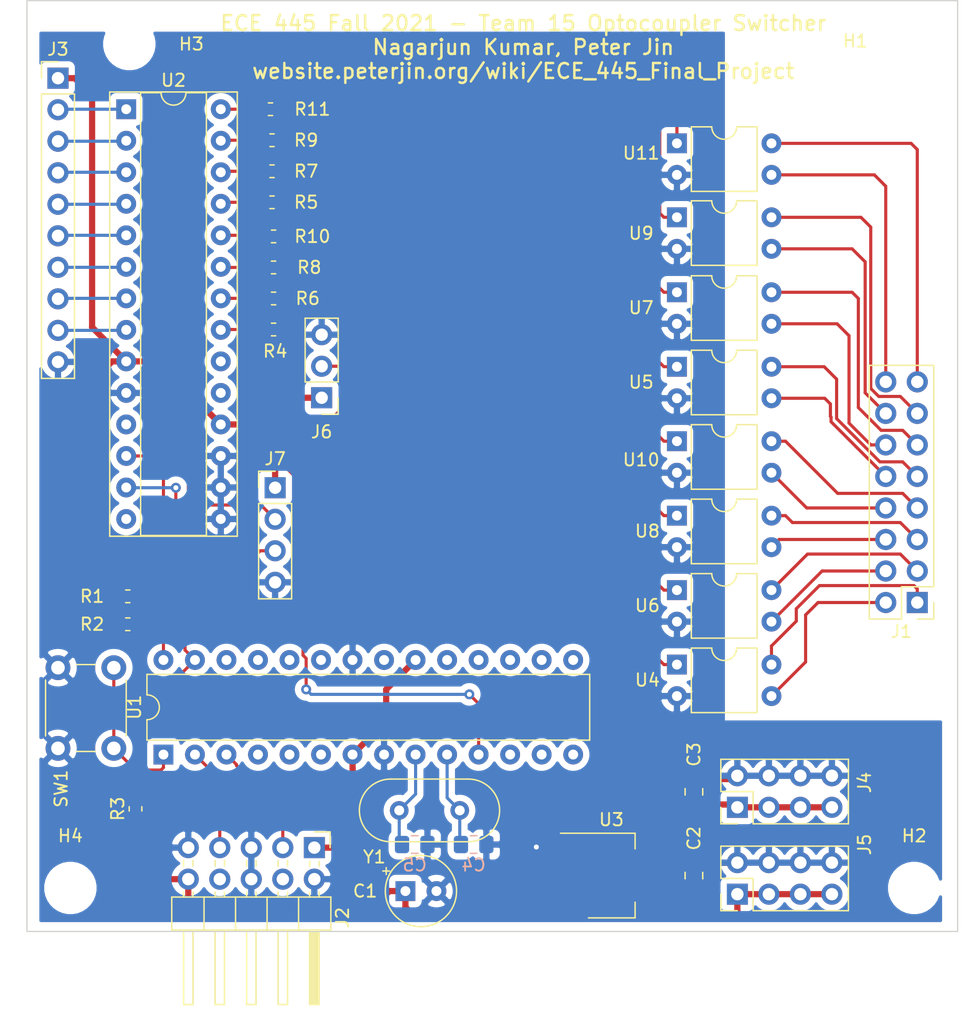
<source format=kicad_pcb>
(kicad_pcb (version 20171130) (host pcbnew 5.1.5+dfsg1-2build2)
  (layers (0 F.Cu signal) (31 B.Cu signal) (34 B.Paste user) (35 F.Paste user) (36 B.SilkS user) (37 F.SilkS user) (38 B.Mask user) (39 F.Mask user) (44 Edge.Cuts user))
  (net 0 "")
  (net 1 GND)
  (net 2 +5V)
  (net 3 +3V3)
  (net 4 "Net-(C4-Pad1)")
  (net 5 "Net-(C5-Pad1)")
  (net 6 /OUT7E)
  (net 7 /OUT7C)
  (net 8 /OUT6E)
  (net 9 /OUT6C)
  (net 10 /OUT5E)
  (net 11 /OUT5C)
  (net 12 /OUT4E)
  (net 13 /OUT4C)
  (net 14 /OUT3E)
  (net 15 /OUT3C)
  (net 16 /OUT2E)
  (net 17 /OUT2C)
  (net 18 /OUT1E)
  (net 19 /OUT1C)
  (net 20 /OUT0E)
  (net 21 /OUT0C)
  (net 22 "Net-(J2-Pad8)")
  (net 23 "Net-(J2-Pad7)")
  (net 24 "Net-(J2-Pad4)")
  (net 25 "Net-(J2-Pad3)")
  (net 26 "Net-(J3-Pad9)")
  (net 27 "Net-(J3-Pad8)")
  (net 28 "Net-(J3-Pad7)")
  (net 29 "Net-(J3-Pad6)")
  (net 30 "Net-(J3-Pad5)")
  (net 31 "Net-(J3-Pad4)")
  (net 32 "Net-(J3-Pad3)")
  (net 33 "Net-(J3-Pad2)")
  (net 34 /SCL)
  (net 35 /SDA)
  (net 36 "Net-(R3-Pad2)")
  (net 37 "Net-(R4-Pad2)")
  (net 38 /OUT0)
  (net 39 "Net-(R5-Pad2)")
  (net 40 /OUT4)
  (net 41 "Net-(R6-Pad2)")
  (net 42 /OUT1)
  (net 43 "Net-(R7-Pad2)")
  (net 44 /OUT5)
  (net 45 "Net-(R8-Pad2)")
  (net 46 /OUT2)
  (net 47 "Net-(R9-Pad2)")
  (net 48 /OUT6)
  (net 49 "Net-(R10-Pad2)")
  (net 50 /OUT3)
  (net 51 "Net-(R11-Pad2)")
  (net 52 /OUT7)
  (net 53 "Net-(U1-Pad14)")
  (net 54 "Net-(U1-Pad13)")
  (net 55 "Net-(U1-Pad26)")
  (net 56 "Net-(U1-Pad12)")
  (net 57 "Net-(U1-Pad25)")
  (net 58 "Net-(U1-Pad24)")
  (net 59 "Net-(U1-Pad23)")
  (net 60 "Net-(U1-Pad21)")
  (net 61 "Net-(U1-Pad6)")
  (net 62 "Net-(U1-Pad19)")
  (net 63 "Net-(U1-Pad5)")
  (net 64 "Net-(U1-Pad18)")
  (net 65 "Net-(U1-Pad4)")
  (net 66 "Net-(U1-Pad17)")
  (net 67 "Net-(U1-Pad16)")
  (net 68 "Net-(U1-Pad15)")
  (net 69 "Net-(U2-Pad14)")
  (net 70 "Net-(U2-Pad11)")
  (net 71 "Net-(U2-Pad20)")
  (net 72 "Net-(U2-Pad19)")
  (net 73 "Net-(J6-Pad2)")
  (module Connector_PinHeader_2.54mm:PinHeader_1x04_P2.54mm_Vertical (layer F.Cu) (at 70 89.25)
    (fp_text reference J7 (at 0 -2.33) (layer F.SilkS))
    (fp_text value Conn_01x04)
    (pad 4 thru_hole oval (at 0 7.62) (size 1.7 1.7) (drill 1) (layers *.Cu *.Mask) (net 1 GND))
    (pad 3 thru_hole oval (at 0 5.08) (size 1.7 1.7) (drill 1) (layers *.Cu *.Mask) (net 35 /SDA))
    (pad 2 thru_hole oval (at 0 2.54) (size 1.7 1.7) (drill 1) (layers *.Cu *.Mask) (net 34 /SCL))
    (pad 1 thru_hole rect (at 0 0) (size 1.7 1.7) (drill 1) (layers *.Cu *.Mask) (net 2 +5V))
  )
  (module Connector_PinHeader_2.54mm:PinHeader_1x03_P2.54mm_Vertical (layer F.Cu) (at 73.75 82 180)
    (fp_text reference J6 (at 0 -2.75) (layer F.SilkS))
    (fp_text value Conn_01x03)
    (pad 3 thru_hole oval (at 0 5.08 180) (size 1.7 1.7) (drill 1) (layers *.Cu *.Mask) (net 1 GND))
    (pad 2 thru_hole oval (at 0 2.54 180) (size 1.7 1.7) (drill 1) (layers *.Cu *.Mask) (net 73 "Net-(J6-Pad2)"))
    (pad 1 thru_hole rect (at 0 0 180) (size 1.7 1.7) (drill 1) (layers *.Cu *.Mask) (net 2 +5V))
  )
  (module Crystal:Crystal_HC49-U_Vertical (layer F.Cu) (at 80 115.25)
    (fp_text reference Y1 (at -2 3.75) (layer F.SilkS))
    (fp_text value 16MHz)
    (pad 2 thru_hole circle (at 4.88 0) (size 1.5 1.5) (drill 0.8) (layers *.Cu *.Mask) (net 4 "Net-(C4-Pad1)"))
    (pad 1 thru_hole circle (at 0 0) (size 1.5 1.5) (drill 0.8) (layers *.Cu *.Mask) (net 5 "Net-(C5-Pad1)"))
  )
  (module Package_DIP:DIP-4_W7.62mm (layer F.Cu) (at 102.38 61.5)
    (fp_text reference U11 (at -2.88 0.79) (layer F.SilkS))
    (fp_text value PC817)
    (pad 4 thru_hole oval (at 7.62 0) (size 1.6 1.6) (drill 0.8) (layers *.Cu *.Mask) (net 7 /OUT7C))
    (pad 2 thru_hole oval (at 0 2.54) (size 1.6 1.6) (drill 0.8) (layers *.Cu *.Mask) (net 1 GND))
    (pad 3 thru_hole oval (at 7.62 2.54) (size 1.6 1.6) (drill 0.8) (layers *.Cu *.Mask) (net 6 /OUT7E))
    (pad 1 thru_hole rect (at 0 0) (size 1.6 1.6) (drill 0.8) (layers *.Cu *.Mask) (net 51 "Net-(R11-Pad2)"))
  )
  (module Package_DIP:DIP-4_W7.62mm (layer F.Cu) (at 102.38 85.5)
    (fp_text reference U10 (at -2.88 1.5) (layer F.SilkS))
    (fp_text value PC817)
    (pad 4 thru_hole oval (at 7.62 0) (size 1.6 1.6) (drill 0.8) (layers *.Cu *.Mask) (net 15 /OUT3C))
    (pad 2 thru_hole oval (at 0 2.54) (size 1.6 1.6) (drill 0.8) (layers *.Cu *.Mask) (net 1 GND))
    (pad 3 thru_hole oval (at 7.62 2.54) (size 1.6 1.6) (drill 0.8) (layers *.Cu *.Mask) (net 14 /OUT3E))
    (pad 1 thru_hole rect (at 0 0) (size 1.6 1.6) (drill 0.8) (layers *.Cu *.Mask) (net 49 "Net-(R10-Pad2)"))
  )
  (module Package_DIP:DIP-4_W7.62mm (layer F.Cu) (at 102.38 67.46)
    (fp_text reference U9 (at -2.88 1.29) (layer F.SilkS))
    (fp_text value PC817)
    (pad 4 thru_hole oval (at 7.62 0) (size 1.6 1.6) (drill 0.8) (layers *.Cu *.Mask) (net 9 /OUT6C))
    (pad 2 thru_hole oval (at 0 2.54) (size 1.6 1.6) (drill 0.8) (layers *.Cu *.Mask) (net 1 GND))
    (pad 3 thru_hole oval (at 7.62 2.54) (size 1.6 1.6) (drill 0.8) (layers *.Cu *.Mask) (net 8 /OUT6E))
    (pad 1 thru_hole rect (at 0 0) (size 1.6 1.6) (drill 0.8) (layers *.Cu *.Mask) (net 47 "Net-(R9-Pad2)"))
  )
  (module Package_DIP:DIP-4_W7.62mm (layer F.Cu) (at 102.38 91.5)
    (fp_text reference U8 (at -2.38 1.25) (layer F.SilkS))
    (fp_text value PC817)
    (pad 4 thru_hole oval (at 7.62 0) (size 1.6 1.6) (drill 0.8) (layers *.Cu *.Mask) (net 17 /OUT2C))
    (pad 2 thru_hole oval (at 0 2.54) (size 1.6 1.6) (drill 0.8) (layers *.Cu *.Mask) (net 1 GND))
    (pad 3 thru_hole oval (at 7.62 2.54) (size 1.6 1.6) (drill 0.8) (layers *.Cu *.Mask) (net 16 /OUT2E))
    (pad 1 thru_hole rect (at 0 0) (size 1.6 1.6) (drill 0.8) (layers *.Cu *.Mask) (net 45 "Net-(R8-Pad2)"))
  )
  (module Package_DIP:DIP-4_W7.62mm (layer F.Cu) (at 102.38 73.5)
    (fp_text reference U7 (at -2.88 1.25) (layer F.SilkS))
    (fp_text value PC817)
    (pad 4 thru_hole oval (at 7.62 0) (size 1.6 1.6) (drill 0.8) (layers *.Cu *.Mask) (net 11 /OUT5C))
    (pad 2 thru_hole oval (at 0 2.54) (size 1.6 1.6) (drill 0.8) (layers *.Cu *.Mask) (net 1 GND))
    (pad 3 thru_hole oval (at 7.62 2.54) (size 1.6 1.6) (drill 0.8) (layers *.Cu *.Mask) (net 10 /OUT5E))
    (pad 1 thru_hole rect (at 0 0) (size 1.6 1.6) (drill 0.8) (layers *.Cu *.Mask) (net 43 "Net-(R7-Pad2)"))
  )
  (module Package_DIP:DIP-4_W7.62mm (layer F.Cu) (at 102.38 97.5)
    (fp_text reference U6 (at -2.38 1.25) (layer F.SilkS))
    (fp_text value PC817)
    (pad 4 thru_hole oval (at 7.62 0) (size 1.6 1.6) (drill 0.8) (layers *.Cu *.Mask) (net 19 /OUT1C))
    (pad 2 thru_hole oval (at 0 2.54) (size 1.6 1.6) (drill 0.8) (layers *.Cu *.Mask) (net 1 GND))
    (pad 3 thru_hole oval (at 7.62 2.54) (size 1.6 1.6) (drill 0.8) (layers *.Cu *.Mask) (net 18 /OUT1E))
    (pad 1 thru_hole rect (at 0 0) (size 1.6 1.6) (drill 0.8) (layers *.Cu *.Mask) (net 41 "Net-(R6-Pad2)"))
  )
  (module Package_DIP:DIP-4_W7.62mm (layer F.Cu) (at 102.38 79.5)
    (fp_text reference U5 (at -2.88 1.25) (layer F.SilkS))
    (fp_text value PC817)
    (pad 4 thru_hole oval (at 7.62 0) (size 1.6 1.6) (drill 0.8) (layers *.Cu *.Mask) (net 13 /OUT4C))
    (pad 2 thru_hole oval (at 0 2.54) (size 1.6 1.6) (drill 0.8) (layers *.Cu *.Mask) (net 1 GND))
    (pad 3 thru_hole oval (at 7.62 2.54) (size 1.6 1.6) (drill 0.8) (layers *.Cu *.Mask) (net 12 /OUT4E))
    (pad 1 thru_hole rect (at 0 0) (size 1.6 1.6) (drill 0.8) (layers *.Cu *.Mask) (net 39 "Net-(R5-Pad2)"))
  )
  (module Package_DIP:DIP-4_W7.62mm (layer F.Cu) (at 102.38 103.5)
    (fp_text reference U4 (at -2.38 1.25) (layer F.SilkS))
    (fp_text value PC817)
    (pad 4 thru_hole oval (at 7.62 0) (size 1.6 1.6) (drill 0.8) (layers *.Cu *.Mask) (net 21 /OUT0C))
    (pad 2 thru_hole oval (at 0 2.54) (size 1.6 1.6) (drill 0.8) (layers *.Cu *.Mask) (net 1 GND))
    (pad 3 thru_hole oval (at 7.62 2.54) (size 1.6 1.6) (drill 0.8) (layers *.Cu *.Mask) (net 20 /OUT0E))
    (pad 1 thru_hole rect (at 0 0) (size 1.6 1.6) (drill 0.8) (layers *.Cu *.Mask) (net 37 "Net-(R4-Pad2)"))
  )
  (module Package_TO_SOT_SMD:SOT-223-3_TabPin2 (layer F.Cu) (at 97.1 120.5)
    (fp_text reference U3 (at 0 -4.5) (layer F.SilkS))
    (fp_text value LM1117-3.3)
    (pad 1 smd rect (at -3.15 -2.3) (size 2 1.5) (layers F.Cu F.Paste F.Mask) (net 1 GND))
    (pad 3 smd rect (at -3.15 2.3) (size 2 1.5) (layers F.Cu F.Paste F.Mask) (net 2 +5V))
    (pad 2 smd rect (at -3.15 0) (size 2 1.5) (layers F.Cu F.Paste F.Mask) (net 3 +3V3))
    (pad 2 smd rect (at 3.15 0) (size 2 3.8) (layers F.Cu F.Paste F.Mask) (net 3 +3V3))
  )
  (module Package_DIP:DIP-28_W7.62mm_Socket (layer F.Cu) (at 58 58.75)
    (fp_text reference U2 (at 3.81 -2.33) (layer F.SilkS))
    (fp_text value MCP23017_SO)
    (pad 28 thru_hole oval (at 7.62 0) (size 1.6 1.6) (drill 0.8) (layers *.Cu *.Mask) (net 52 /OUT7))
    (pad 14 thru_hole oval (at 0 33.02) (size 1.6 1.6) (drill 0.8) (layers *.Cu *.Mask) (net 69 "Net-(U2-Pad14)"))
    (pad 27 thru_hole oval (at 7.62 2.54) (size 1.6 1.6) (drill 0.8) (layers *.Cu *.Mask) (net 48 /OUT6))
    (pad 13 thru_hole oval (at 0 30.48) (size 1.6 1.6) (drill 0.8) (layers *.Cu *.Mask) (net 35 /SDA))
    (pad 26 thru_hole oval (at 7.62 5.08) (size 1.6 1.6) (drill 0.8) (layers *.Cu *.Mask) (net 44 /OUT5))
    (pad 12 thru_hole oval (at 0 27.94) (size 1.6 1.6) (drill 0.8) (layers *.Cu *.Mask) (net 34 /SCL))
    (pad 25 thru_hole oval (at 7.62 7.62) (size 1.6 1.6) (drill 0.8) (layers *.Cu *.Mask) (net 40 /OUT4))
    (pad 11 thru_hole oval (at 0 25.4) (size 1.6 1.6) (drill 0.8) (layers *.Cu *.Mask) (net 70 "Net-(U2-Pad11)"))
    (pad 24 thru_hole oval (at 7.62 10.16) (size 1.6 1.6) (drill 0.8) (layers *.Cu *.Mask) (net 50 /OUT3))
    (pad 10 thru_hole oval (at 0 22.86) (size 1.6 1.6) (drill 0.8) (layers *.Cu *.Mask) (net 1 GND))
    (pad 23 thru_hole oval (at 7.62 12.7) (size 1.6 1.6) (drill 0.8) (layers *.Cu *.Mask) (net 46 /OUT2))
    (pad 9 thru_hole oval (at 0 20.32) (size 1.6 1.6) (drill 0.8) (layers *.Cu *.Mask) (net 2 +5V))
    (pad 22 thru_hole oval (at 7.62 15.24) (size 1.6 1.6) (drill 0.8) (layers *.Cu *.Mask) (net 42 /OUT1))
    (pad 8 thru_hole oval (at 0 17.78) (size 1.6 1.6) (drill 0.8) (layers *.Cu *.Mask) (net 26 "Net-(J3-Pad9)"))
    (pad 21 thru_hole oval (at 7.62 17.78) (size 1.6 1.6) (drill 0.8) (layers *.Cu *.Mask) (net 38 /OUT0))
    (pad 7 thru_hole oval (at 0 15.24) (size 1.6 1.6) (drill 0.8) (layers *.Cu *.Mask) (net 27 "Net-(J3-Pad8)"))
    (pad 20 thru_hole oval (at 7.62 20.32) (size 1.6 1.6) (drill 0.8) (layers *.Cu *.Mask) (net 71 "Net-(U2-Pad20)"))
    (pad 6 thru_hole oval (at 0 12.7) (size 1.6 1.6) (drill 0.8) (layers *.Cu *.Mask) (net 28 "Net-(J3-Pad7)"))
    (pad 19 thru_hole oval (at 7.62 22.86) (size 1.6 1.6) (drill 0.8) (layers *.Cu *.Mask) (net 72 "Net-(U2-Pad19)"))
    (pad 5 thru_hole oval (at 0 10.16) (size 1.6 1.6) (drill 0.8) (layers *.Cu *.Mask) (net 29 "Net-(J3-Pad6)"))
    (pad 18 thru_hole oval (at 7.62 25.4) (size 1.6 1.6) (drill 0.8) (layers *.Cu *.Mask) (net 2 +5V))
    (pad 4 thru_hole oval (at 0 7.62) (size 1.6 1.6) (drill 0.8) (layers *.Cu *.Mask) (net 30 "Net-(J3-Pad5)"))
    (pad 17 thru_hole oval (at 7.62 27.94) (size 1.6 1.6) (drill 0.8) (layers *.Cu *.Mask) (net 1 GND))
    (pad 3 thru_hole oval (at 0 5.08) (size 1.6 1.6) (drill 0.8) (layers *.Cu *.Mask) (net 31 "Net-(J3-Pad4)"))
    (pad 16 thru_hole oval (at 7.62 30.48) (size 1.6 1.6) (drill 0.8) (layers *.Cu *.Mask) (net 1 GND))
    (pad 2 thru_hole oval (at 0 2.54) (size 1.6 1.6) (drill 0.8) (layers *.Cu *.Mask) (net 32 "Net-(J3-Pad3)"))
    (pad 15 thru_hole oval (at 7.62 33.02) (size 1.6 1.6) (drill 0.8) (layers *.Cu *.Mask) (net 1 GND))
    (pad 1 thru_hole rect (at 0 0) (size 1.6 1.6) (drill 0.8) (layers *.Cu *.Mask) (net 33 "Net-(J3-Pad2)"))
  )
  (module Package_DIP:DIP-28_W7.62mm (layer F.Cu) (at 61 110.75 90)
    (fp_text reference U1 (at 3.81 -2.33 90) (layer F.SilkS))
    (fp_text value ATmega328P-PU)
    (pad 28 thru_hole oval (at 7.62 0 90) (size 1.6 1.6) (drill 0.8) (layers *.Cu *.Mask) (net 34 /SCL))
    (pad 14 thru_hole oval (at 0 33.02 90) (size 1.6 1.6) (drill 0.8) (layers *.Cu *.Mask) (net 53 "Net-(U1-Pad14)"))
    (pad 27 thru_hole oval (at 7.62 2.54 90) (size 1.6 1.6) (drill 0.8) (layers *.Cu *.Mask) (net 35 /SDA))
    (pad 13 thru_hole oval (at 0 30.48 90) (size 1.6 1.6) (drill 0.8) (layers *.Cu *.Mask) (net 54 "Net-(U1-Pad13)"))
    (pad 26 thru_hole oval (at 7.62 5.08 90) (size 1.6 1.6) (drill 0.8) (layers *.Cu *.Mask) (net 55 "Net-(U1-Pad26)"))
    (pad 12 thru_hole oval (at 0 27.94 90) (size 1.6 1.6) (drill 0.8) (layers *.Cu *.Mask) (net 56 "Net-(U1-Pad12)"))
    (pad 25 thru_hole oval (at 7.62 7.62 90) (size 1.6 1.6) (drill 0.8) (layers *.Cu *.Mask) (net 57 "Net-(U1-Pad25)"))
    (pad 11 thru_hole oval (at 0 25.4 90) (size 1.6 1.6) (drill 0.8) (layers *.Cu *.Mask) (net 73 "Net-(J6-Pad2)"))
    (pad 24 thru_hole oval (at 7.62 10.16 90) (size 1.6 1.6) (drill 0.8) (layers *.Cu *.Mask) (net 58 "Net-(U1-Pad24)"))
    (pad 10 thru_hole oval (at 0 22.86 90) (size 1.6 1.6) (drill 0.8) (layers *.Cu *.Mask) (net 4 "Net-(C4-Pad1)"))
    (pad 23 thru_hole oval (at 7.62 12.7 90) (size 1.6 1.6) (drill 0.8) (layers *.Cu *.Mask) (net 59 "Net-(U1-Pad23)"))
    (pad 9 thru_hole oval (at 0 20.32 90) (size 1.6 1.6) (drill 0.8) (layers *.Cu *.Mask) (net 5 "Net-(C5-Pad1)"))
    (pad 22 thru_hole oval (at 7.62 15.24 90) (size 1.6 1.6) (drill 0.8) (layers *.Cu *.Mask) (net 1 GND))
    (pad 8 thru_hole oval (at 0 17.78 90) (size 1.6 1.6) (drill 0.8) (layers *.Cu *.Mask) (net 1 GND))
    (pad 21 thru_hole oval (at 7.62 17.78 90) (size 1.6 1.6) (drill 0.8) (layers *.Cu *.Mask) (net 60 "Net-(U1-Pad21)"))
    (pad 7 thru_hole oval (at 0 15.24 90) (size 1.6 1.6) (drill 0.8) (layers *.Cu *.Mask) (net 2 +5V))
    (pad 20 thru_hole oval (at 7.62 20.32 90) (size 1.6 1.6) (drill 0.8) (layers *.Cu *.Mask) (net 2 +5V))
    (pad 6 thru_hole oval (at 0 12.7 90) (size 1.6 1.6) (drill 0.8) (layers *.Cu *.Mask) (net 61 "Net-(U1-Pad6)"))
    (pad 19 thru_hole oval (at 7.62 22.86 90) (size 1.6 1.6) (drill 0.8) (layers *.Cu *.Mask) (net 62 "Net-(U1-Pad19)"))
    (pad 5 thru_hole oval (at 0 10.16 90) (size 1.6 1.6) (drill 0.8) (layers *.Cu *.Mask) (net 63 "Net-(U1-Pad5)"))
    (pad 18 thru_hole oval (at 7.62 25.4 90) (size 1.6 1.6) (drill 0.8) (layers *.Cu *.Mask) (net 64 "Net-(U1-Pad18)"))
    (pad 4 thru_hole oval (at 0 7.62 90) (size 1.6 1.6) (drill 0.8) (layers *.Cu *.Mask) (net 65 "Net-(U1-Pad4)"))
    (pad 17 thru_hole oval (at 7.62 27.94 90) (size 1.6 1.6) (drill 0.8) (layers *.Cu *.Mask) (net 66 "Net-(U1-Pad17)"))
    (pad 3 thru_hole oval (at 0 5.08 90) (size 1.6 1.6) (drill 0.8) (layers *.Cu *.Mask) (net 25 "Net-(J2-Pad3)"))
    (pad 16 thru_hole oval (at 7.62 30.48 90) (size 1.6 1.6) (drill 0.8) (layers *.Cu *.Mask) (net 67 "Net-(U1-Pad16)"))
    (pad 2 thru_hole oval (at 0 2.54 90) (size 1.6 1.6) (drill 0.8) (layers *.Cu *.Mask) (net 23 "Net-(J2-Pad7)"))
    (pad 15 thru_hole oval (at 7.62 33.02 90) (size 1.6 1.6) (drill 0.8) (layers *.Cu *.Mask) (net 68 "Net-(U1-Pad15)"))
    (pad 1 thru_hole rect (at 0 0 90) (size 1.6 1.6) (drill 0.8) (layers *.Cu *.Mask) (net 36 "Net-(R3-Pad2)"))
  )
  (module Button_Switch_THT:SW_PUSH_6mm (layer F.Cu) (at 52.5 110.25 90)
    (fp_text reference SW1 (at -3.25 0.25 90) (layer F.SilkS))
    (fp_text value SW_Push)
    (pad 1 thru_hole circle (at 6.5 0 180) (size 2 2) (drill 1.1) (layers *.Cu *.Mask) (net 1 GND))
    (pad 2 thru_hole circle (at 6.5 4.5 180) (size 2 2) (drill 1.1) (layers *.Cu *.Mask) (net 36 "Net-(R3-Pad2)"))
    (pad 1 thru_hole circle (at 0 0 180) (size 2 2) (drill 1.1) (layers *.Cu *.Mask) (net 1 GND))
    (pad 2 thru_hole circle (at 0 4.5 180) (size 2 2) (drill 1.1) (layers *.Cu *.Mask) (net 36 "Net-(R3-Pad2)"))
  )
  (module Resistor_SMD:R_0603_1608Metric_Pad1.05x0.95mm_HandSolder (layer F.Cu) (at 69.625 58.75)
    (fp_text reference R11 (at 3.375 0) (layer F.SilkS))
    (fp_text value 150)
    (pad 2 smd roundrect (at 0.875 0) (size 1.05 0.95) (layers F.Cu F.Paste F.Mask) (net 51 "Net-(R11-Pad2)"))
    (pad 1 smd roundrect (at -0.875 0) (size 1.05 0.95) (layers F.Cu F.Paste F.Mask) (net 52 /OUT7))
  )
  (module Resistor_SMD:R_0603_1608Metric_Pad1.05x0.95mm_HandSolder (layer F.Cu) (at 69.875 69)
    (fp_text reference R10 (at 3.125 0) (layer F.SilkS))
    (fp_text value 150)
    (pad 1 smd roundrect (at -0.875 0) (size 1.05 0.95) (layers F.Cu F.Paste F.Mask) (net 50 /OUT3))
    (pad 2 smd roundrect (at 0.875 0) (size 1.05 0.95) (layers F.Cu F.Paste F.Mask) (net 49 "Net-(R10-Pad2)"))
  )
  (module Resistor_SMD:R_0603_1608Metric_Pad1.05x0.95mm_HandSolder (layer F.Cu) (at 69.75 61.25)
    (fp_text reference R9 (at 2.75 0) (layer F.SilkS))
    (fp_text value 150)
    (pad 2 smd roundrect (at 0.875 0) (size 1.05 0.95) (layers F.Cu F.Paste F.Mask) (net 47 "Net-(R9-Pad2)"))
    (pad 1 smd roundrect (at -0.875 0) (size 1.05 0.95) (layers F.Cu F.Paste F.Mask) (net 48 /OUT6))
  )
  (module Resistor_SMD:R_0603_1608Metric_Pad1.05x0.95mm_HandSolder (layer F.Cu) (at 69.875 71.5)
    (fp_text reference R8 (at 2.875 0) (layer F.SilkS))
    (fp_text value 150)
    (pad 2 smd roundrect (at 0.875 0) (size 1.05 0.95) (layers F.Cu F.Paste F.Mask) (net 45 "Net-(R8-Pad2)"))
    (pad 1 smd roundrect (at -0.875 0) (size 1.05 0.95) (layers F.Cu F.Paste F.Mask) (net 46 /OUT2))
  )
  (module Resistor_SMD:R_0603_1608Metric_Pad1.05x0.95mm_HandSolder (layer F.Cu) (at 69.75 63.75)
    (fp_text reference R7 (at 2.75 0) (layer F.SilkS))
    (fp_text value 150)
    (pad 2 smd roundrect (at 0.875 0) (size 1.05 0.95) (layers F.Cu F.Paste F.Mask) (net 43 "Net-(R7-Pad2)"))
    (pad 1 smd roundrect (at -0.875 0) (size 1.05 0.95) (layers F.Cu F.Paste F.Mask) (net 44 /OUT5))
  )
  (module Resistor_SMD:R_0603_1608Metric_Pad1.05x0.95mm_HandSolder (layer F.Cu) (at 69.875 74)
    (fp_text reference R6 (at 2.75 0) (layer F.SilkS))
    (fp_text value 150)
    (pad 2 smd roundrect (at 0.875 0) (size 1.05 0.95) (layers F.Cu F.Paste F.Mask) (net 41 "Net-(R6-Pad2)"))
    (pad 1 smd roundrect (at -0.875 0) (size 1.05 0.95) (layers F.Cu F.Paste F.Mask) (net 42 /OUT1))
  )
  (module Resistor_SMD:R_0603_1608Metric_Pad1.05x0.95mm_HandSolder (layer F.Cu) (at 69.75 66.25)
    (fp_text reference R5 (at 2.75 0) (layer F.SilkS))
    (fp_text value 150)
    (pad 2 smd roundrect (at 0.875 0) (size 1.05 0.95) (layers F.Cu F.Paste F.Mask) (net 39 "Net-(R5-Pad2)"))
    (pad 1 smd roundrect (at -0.875 0) (size 1.05 0.95) (layers F.Cu F.Paste F.Mask) (net 40 /OUT4))
  )
  (module Resistor_SMD:R_0603_1608Metric_Pad1.05x0.95mm_HandSolder (layer F.Cu) (at 69.875 76.5)
    (fp_text reference R4 (at 0.125 1.75) (layer F.SilkS))
    (fp_text value 150)
    (pad 2 smd roundrect (at 0.875 0) (size 1.05 0.95) (layers F.Cu F.Paste F.Mask) (net 37 "Net-(R4-Pad2)"))
    (pad 1 smd roundrect (at -0.875 0) (size 1.05 0.95) (layers F.Cu F.Paste F.Mask) (net 38 /OUT0))
  )
  (module Resistor_SMD:R_0603_1608Metric_Pad1.05x0.95mm_HandSolder (layer F.Cu) (at 58.75 115.125 90)
    (fp_text reference R3 (at 0 -1.43 90) (layer F.SilkS))
    (fp_text value 15k)
    (pad 2 smd roundrect (at 0.875 0 90) (size 1.05 0.95) (layers F.Cu F.Paste F.Mask) (net 36 "Net-(R3-Pad2)"))
    (pad 1 smd roundrect (at -0.875 0 90) (size 1.05 0.95) (layers F.Cu F.Paste F.Mask) (net 2 +5V))
  )
  (module Resistor_SMD:R_0603_1608Metric_Pad1.05x0.95mm_HandSolder (layer F.Cu) (at 58.125 100.25)
    (fp_text reference R2 (at -2.875 0) (layer F.SilkS))
    (fp_text value 2.2k)
    (pad 2 smd roundrect (at 0.875 0) (size 1.05 0.95) (layers F.Cu F.Paste F.Mask) (net 35 /SDA))
    (pad 1 smd roundrect (at -0.875 0) (size 1.05 0.95) (layers F.Cu F.Paste F.Mask) (net 2 +5V))
  )
  (module Resistor_SMD:R_0603_1608Metric_Pad1.05x0.95mm_HandSolder (layer F.Cu) (at 58.125 98)
    (fp_text reference R1 (at -2.875 0) (layer F.SilkS))
    (fp_text value 2.2k)
    (pad 2 smd roundrect (at 0.875 0) (size 1.05 0.95) (layers F.Cu F.Paste F.Mask) (net 34 /SCL))
    (pad 1 smd roundrect (at -0.875 0) (size 1.05 0.95) (layers F.Cu F.Paste F.Mask) (net 2 +5V))
  )
  (module Connector_PinHeader_2.54mm:PinHeader_2x04_P2.54mm_Vertical (layer F.Cu) (at 107.25 122 90)
    (fp_text reference J5 (at 4 10.25 90) (layer F.SilkS))
    (fp_text value "5V OUT")
    (pad 8 thru_hole oval (at 2.54 7.62 90) (size 1.7 1.7) (drill 1) (layers *.Cu *.Mask) (net 1 GND))
    (pad 7 thru_hole oval (at 0 7.62 90) (size 1.7 1.7) (drill 1) (layers *.Cu *.Mask) (net 2 +5V))
    (pad 6 thru_hole oval (at 2.54 5.08 90) (size 1.7 1.7) (drill 1) (layers *.Cu *.Mask) (net 1 GND))
    (pad 5 thru_hole oval (at 0 5.08 90) (size 1.7 1.7) (drill 1) (layers *.Cu *.Mask) (net 2 +5V))
    (pad 4 thru_hole oval (at 2.54 2.54 90) (size 1.7 1.7) (drill 1) (layers *.Cu *.Mask) (net 1 GND))
    (pad 3 thru_hole oval (at 0 2.54 90) (size 1.7 1.7) (drill 1) (layers *.Cu *.Mask) (net 2 +5V))
    (pad 2 thru_hole oval (at 2.54 0 90) (size 1.7 1.7) (drill 1) (layers *.Cu *.Mask) (net 1 GND))
    (pad 1 thru_hole rect (at 0 0 90) (size 1.7 1.7) (drill 1) (layers *.Cu *.Mask) (net 2 +5V))
  )
  (module Connector_PinHeader_2.54mm:PinHeader_2x04_P2.54mm_Vertical (layer F.Cu) (at 107.25 115 90)
    (fp_text reference J4 (at 2 10.25 90) (layer F.SilkS))
    (fp_text value "3.3V OUT")
    (pad 8 thru_hole oval (at 2.54 7.62 90) (size 1.7 1.7) (drill 1) (layers *.Cu *.Mask) (net 1 GND))
    (pad 7 thru_hole oval (at 0 7.62 90) (size 1.7 1.7) (drill 1) (layers *.Cu *.Mask) (net 3 +3V3))
    (pad 6 thru_hole oval (at 2.54 5.08 90) (size 1.7 1.7) (drill 1) (layers *.Cu *.Mask) (net 1 GND))
    (pad 5 thru_hole oval (at 0 5.08 90) (size 1.7 1.7) (drill 1) (layers *.Cu *.Mask) (net 3 +3V3))
    (pad 4 thru_hole oval (at 2.54 2.54 90) (size 1.7 1.7) (drill 1) (layers *.Cu *.Mask) (net 1 GND))
    (pad 3 thru_hole oval (at 0 2.54 90) (size 1.7 1.7) (drill 1) (layers *.Cu *.Mask) (net 3 +3V3))
    (pad 2 thru_hole oval (at 2.54 0 90) (size 1.7 1.7) (drill 1) (layers *.Cu *.Mask) (net 1 GND))
    (pad 1 thru_hole rect (at 0 0 90) (size 1.7 1.7) (drill 1) (layers *.Cu *.Mask) (net 3 +3V3))
  )
  (module Connector_PinHeader_2.54mm:PinHeader_1x10_P2.54mm_Vertical (layer F.Cu) (at 52.5 56.25)
    (fp_text reference J3 (at 0 -2.33) (layer F.SilkS))
    (fp_text value Conn_01x10)
    (pad 10 thru_hole oval (at 0 22.86) (size 1.7 1.7) (drill 1) (layers *.Cu *.Mask) (net 1 GND))
    (pad 9 thru_hole oval (at 0 20.32) (size 1.7 1.7) (drill 1) (layers *.Cu *.Mask) (net 26 "Net-(J3-Pad9)"))
    (pad 8 thru_hole oval (at 0 17.78) (size 1.7 1.7) (drill 1) (layers *.Cu *.Mask) (net 27 "Net-(J3-Pad8)"))
    (pad 7 thru_hole oval (at 0 15.24) (size 1.7 1.7) (drill 1) (layers *.Cu *.Mask) (net 28 "Net-(J3-Pad7)"))
    (pad 6 thru_hole oval (at 0 12.7) (size 1.7 1.7) (drill 1) (layers *.Cu *.Mask) (net 29 "Net-(J3-Pad6)"))
    (pad 5 thru_hole oval (at 0 10.16) (size 1.7 1.7) (drill 1) (layers *.Cu *.Mask) (net 30 "Net-(J3-Pad5)"))
    (pad 4 thru_hole oval (at 0 7.62) (size 1.7 1.7) (drill 1) (layers *.Cu *.Mask) (net 31 "Net-(J3-Pad4)"))
    (pad 3 thru_hole oval (at 0 5.08) (size 1.7 1.7) (drill 1) (layers *.Cu *.Mask) (net 32 "Net-(J3-Pad3)"))
    (pad 2 thru_hole oval (at 0 2.54) (size 1.7 1.7) (drill 1) (layers *.Cu *.Mask) (net 33 "Net-(J3-Pad2)"))
    (pad 1 thru_hole rect (at 0 0) (size 1.7 1.7) (drill 1) (layers *.Cu *.Mask) (net 2 +5V))
  )
  (module Connector_PinHeader_2.54mm:PinHeader_2x05_P2.54mm_Horizontal (layer F.Cu) (at 73.16 118.25 270)
    (fp_text reference J2 (at 5.655 -2.27 90) (layer F.SilkS))
    (fp_text value Conn_02x05_Odd_Even)
    (pad 10 thru_hole oval (at 2.54 10.16 270) (size 1.7 1.7) (drill 1) (layers *.Cu *.Mask) (net 2 +5V))
    (pad 9 thru_hole oval (at 0 10.16 270) (size 1.7 1.7) (drill 1) (layers *.Cu *.Mask) (net 1 GND))
    (pad 8 thru_hole oval (at 2.54 7.62 270) (size 1.7 1.7) (drill 1) (layers *.Cu *.Mask) (net 22 "Net-(J2-Pad8)"))
    (pad 7 thru_hole oval (at 0 7.62 270) (size 1.7 1.7) (drill 1) (layers *.Cu *.Mask) (net 23 "Net-(J2-Pad7)"))
    (pad 6 thru_hole oval (at 2.54 5.08 270) (size 1.7 1.7) (drill 1) (layers *.Cu *.Mask) (net 1 GND))
    (pad 5 thru_hole oval (at 0 5.08 270) (size 1.7 1.7) (drill 1) (layers *.Cu *.Mask) (net 1 GND))
    (pad 4 thru_hole oval (at 2.54 2.54 270) (size 1.7 1.7) (drill 1) (layers *.Cu *.Mask) (net 24 "Net-(J2-Pad4)"))
    (pad 3 thru_hole oval (at 0 2.54 270) (size 1.7 1.7) (drill 1) (layers *.Cu *.Mask) (net 25 "Net-(J2-Pad3)"))
    (pad 2 thru_hole oval (at 2.54 0 270) (size 1.7 1.7) (drill 1) (layers *.Cu *.Mask) (net 1 GND))
    (pad 1 thru_hole rect (at 0 0 270) (size 1.7 1.7) (drill 1) (layers *.Cu *.Mask) (net 2 +5V))
  )
  (module Connector_PinHeader_2.54mm:PinHeader_2x08_P2.54mm_Vertical (layer F.Cu) (at 121.75 98.5 180)
    (fp_text reference J1 (at 1.27 -2.33) (layer F.SilkS))
    (fp_text value OptoSwitchOut)
    (pad 16 thru_hole oval (at 2.54 17.78 180) (size 1.7 1.7) (drill 1) (layers *.Cu *.Mask) (net 6 /OUT7E))
    (pad 15 thru_hole oval (at 0 17.78 180) (size 1.7 1.7) (drill 1) (layers *.Cu *.Mask) (net 7 /OUT7C))
    (pad 14 thru_hole oval (at 2.54 15.24 180) (size 1.7 1.7) (drill 1) (layers *.Cu *.Mask) (net 8 /OUT6E))
    (pad 13 thru_hole oval (at 0 15.24 180) (size 1.7 1.7) (drill 1) (layers *.Cu *.Mask) (net 9 /OUT6C))
    (pad 12 thru_hole oval (at 2.54 12.7 180) (size 1.7 1.7) (drill 1) (layers *.Cu *.Mask) (net 10 /OUT5E))
    (pad 11 thru_hole oval (at 0 12.7 180) (size 1.7 1.7) (drill 1) (layers *.Cu *.Mask) (net 11 /OUT5C))
    (pad 10 thru_hole oval (at 2.54 10.16 180) (size 1.7 1.7) (drill 1) (layers *.Cu *.Mask) (net 12 /OUT4E))
    (pad 9 thru_hole oval (at 0 10.16 180) (size 1.7 1.7) (drill 1) (layers *.Cu *.Mask) (net 13 /OUT4C))
    (pad 8 thru_hole oval (at 2.54 7.62 180) (size 1.7 1.7) (drill 1) (layers *.Cu *.Mask) (net 14 /OUT3E))
    (pad 7 thru_hole oval (at 0 7.62 180) (size 1.7 1.7) (drill 1) (layers *.Cu *.Mask) (net 15 /OUT3C))
    (pad 6 thru_hole oval (at 2.54 5.08 180) (size 1.7 1.7) (drill 1) (layers *.Cu *.Mask) (net 16 /OUT2E))
    (pad 5 thru_hole oval (at 0 5.08 180) (size 1.7 1.7) (drill 1) (layers *.Cu *.Mask) (net 17 /OUT2C))
    (pad 4 thru_hole oval (at 2.54 2.54 180) (size 1.7 1.7) (drill 1) (layers *.Cu *.Mask) (net 18 /OUT1E))
    (pad 3 thru_hole oval (at 0 2.54 180) (size 1.7 1.7) (drill 1) (layers *.Cu *.Mask) (net 19 /OUT1C))
    (pad 2 thru_hole oval (at 2.54 0 180) (size 1.7 1.7) (drill 1) (layers *.Cu *.Mask) (net 20 /OUT0E))
    (pad 1 thru_hole rect (at 0 0 180) (size 1.7 1.7) (drill 1) (layers *.Cu *.Mask) (net 21 /OUT0C))
  )
  (module MountingHole:MountingHole_3.2mm_M3 (layer F.Cu) (at 53.5 121.5)
    (fp_text reference H4 (at 0 -4.2) (layer F.SilkS))
    (fp_text value MountingHole)
    (pad 1 np_thru_hole circle (at 0 0) (size 3.2 3.2) (drill 3.2) (layers *.Cu *.Mask))
  )
  (module MountingHole:MountingHole_3.2mm_M3 (layer F.Cu) (at 58.25 53.5)
    (fp_text reference H3 (at 5 0) (layer F.SilkS))
    (fp_text value MountingHole)
    (pad 1 np_thru_hole circle (at 0 0) (size 3.2 3.2) (drill 3.2) (layers *.Cu *.Mask))
  )
  (module MountingHole:MountingHole_3.2mm_M3 (layer F.Cu) (at 121.5 121.5)
    (fp_text reference H2 (at 0 -4.2) (layer F.SilkS))
    (fp_text value MountingHole)
    (pad 1 np_thru_hole circle (at 0 0) (size 3.2 3.2) (drill 3.2) (layers *.Cu *.Mask))
  )
  (module MountingHole:MountingHole_3.2mm_M3 (layer F.Cu) (at 121.5 53.5)
    (fp_text reference H1 (at -4.75 -0.25) (layer F.SilkS))
    (fp_text value MountingHole)
    (pad 1 np_thru_hole circle (at 0 0) (size 3.2 3.2) (drill 3.2) (layers *.Cu *.Mask))
  )
  (module Capacitor_SMD:C_0805_2012Metric_Pad1.15x1.40mm_HandSolder (layer B.Cu) (at 81.25 118)
    (fp_text reference C5 (at 0 1.65 180) (layer B.SilkS) (effects (justify mirror)))
    (fp_text value 22pf)
    (pad 2 smd roundrect (at 1.025 0) (size 1.15 1.4) (layers B.Cu B.Paste B.Mask) (roundrect_rratio 0.217391) (net 1 GND))
    (pad 1 smd roundrect (at -1.025 0) (size 1.15 1.4) (layers B.Cu B.Paste B.Mask) (roundrect_rratio 0.217391) (net 5 "Net-(C5-Pad1)"))
  )
  (module Capacitor_SMD:C_0805_2012Metric_Pad1.15x1.40mm_HandSolder (layer B.Cu) (at 86 118)
    (fp_text reference C4 (at 0 1.65) (layer B.SilkS) (effects (justify mirror)))
    (fp_text value 22pf)
    (pad 2 smd roundrect (at 1.025 0) (size 1.15 1.4) (layers B.Cu B.Paste B.Mask) (roundrect_rratio 0.217391) (net 1 GND))
    (pad 1 smd roundrect (at -1.025 0) (size 1.15 1.4) (layers B.Cu B.Paste B.Mask) (roundrect_rratio 0.217391) (net 4 "Net-(C4-Pad1)"))
  )
  (module Capacitor_SMD:C_0805_2012Metric_Pad1.15x1.40mm_HandSolder (layer F.Cu) (at 103.75 113.75 90)
    (fp_text reference C3 (at 3 0 90) (layer F.SilkS))
    (fp_text value 1uF)
    (pad 2 smd roundrect (at 1.025 0 90) (size 1.15 1.4) (layers F.Cu F.Paste F.Mask) (roundrect_rratio 0.217391) (net 1 GND))
    (pad 1 smd roundrect (at -1.025 0 90) (size 1.15 1.4) (layers F.Cu F.Paste F.Mask) (roundrect_rratio 0.217391) (net 3 +3V3))
  )
  (module Capacitor_SMD:C_0805_2012Metric_Pad1.15x1.40mm_HandSolder (layer F.Cu) (at 103.75 120.5 90)
    (fp_text reference C2 (at 3 0 90) (layer F.SilkS))
    (fp_text value 1uF)
    (pad 2 smd roundrect (at 1.025 0 90) (size 1.15 1.4) (layers F.Cu F.Paste F.Mask) (roundrect_rratio 0.217391) (net 1 GND))
    (pad 1 smd roundrect (at -1.025 0 90) (size 1.15 1.4) (layers F.Cu F.Paste F.Mask) (roundrect_rratio 0.217391) (net 2 +5V))
  )
  (module Capacitor_THT:CP_Radial_Tantal_D5.5mm_P2.50mm (layer F.Cu) (at 80.5 121.75)
    (fp_text reference C1 (at -3.25 0) (layer F.SilkS))
    (fp_text value 47uF)
    (pad 2 thru_hole circle (at 2.5 0) (size 1.6 1.6) (drill 0.8) (layers *.Cu *.Mask) (net 1 GND))
    (pad 1 thru_hole rect (at 0 0) (size 1.6 1.6) (drill 0.8) (layers *.Cu *.Mask) (net 2 +5V))
  )
  (gr_text "ECE 445 Fall 2021 - Team 15 Optocoupler Switcher\nNagarjun Kumar, Peter Jin\nwebsite.peterjin.org/wiki/ECE_445_Final_Project" (at 90 53.75) (layer F.SilkS) (effects (font (size 1.2 1.2) (thickness 0.2))))
  (gr_line (start 125 50) (end 125 125) (layer Edge.Cuts) (width 0.1))
  (gr_line (start 50 50) (end 125 50) (layer Edge.Cuts) (width 0.1))
  (gr_line (start 50 125) (end 50 50) (layer Edge.Cuts) (width 0.1))
  (gr_line (start 125 125) (end 50 125) (layer Edge.Cuts) (width 0.1))
  (segment (start 107.235 119.475) (end 107.25 119.46) (width 0.5) (layer F.Cu) (net 1))
  (segment (start 103.75 119.475) (end 107.235 119.475) (width 0.5) (layer F.Cu) (net 1))
  (segment (start 106.985 112.725) (end 107.25 112.46) (width 0.5) (layer F.Cu) (net 1))
  (segment (start 103.75 112.725) (end 106.985 112.725) (width 0.5) (layer F.Cu) (net 1))
  (segment (start 93.95 118.2) (end 91.05 118.2) (width 0.5) (layer F.Cu) (net 1))
  (segment (start 91.05 118.2) (end 91.05 118.2) (width 0.5) (layer F.Cu) (net 1))
  (via (at 91.05 118.2) (size 0.8) (drill 0.4) (layers F.Cu B.Cu) (net 1))
  (segment (start 53.85 56.25) (end 55.25 57.65) (width 0.5) (layer F.Cu) (net 2))
  (segment (start 52.5 56.25) (end 53.85 56.25) (width 0.5) (layer F.Cu) (net 2))
  (segment (start 55.25 76.32) (end 58 79.07) (width 0.5) (layer F.Cu) (net 2))
  (segment (start 55.25 57.65) (end 55.25 76.32) (width 0.5) (layer F.Cu) (net 2))
  (segment (start 60.54 79.07) (end 65.62 84.15) (width 0.5) (layer F.Cu) (net 2))
  (segment (start 58 79.07) (end 60.54 79.07) (width 0.5) (layer F.Cu) (net 2))
  (segment (start 56 116) (end 58.75 116) (width 0.5) (layer F.Cu) (net 2))
  (segment (start 55.25 115.25) (end 56 116) (width 0.5) (layer F.Cu) (net 2))
  (segment (start 56.86863 79.07) (end 55.25 80.68863) (width 0.5) (layer F.Cu) (net 2))
  (segment (start 58 79.07) (end 56.86863 79.07) (width 0.5) (layer F.Cu) (net 2))
  (segment (start 63 120.79) (end 59.79 120.79) (width 0.5) (layer F.Cu) (net 2))
  (segment (start 58.75 119.75) (end 58.75 116) (width 0.5) (layer F.Cu) (net 2))
  (segment (start 59.79 120.79) (end 58.75 119.75) (width 0.5) (layer F.Cu) (net 2))
  (segment (start 63 122.75) (end 63 120.79) (width 0.5) (layer F.Cu) (net 2))
  (segment (start 74.25 123.5) (end 63.75 123.5) (width 0.5) (layer F.Cu) (net 2))
  (segment (start 75.25 122.5) (end 74.25 123.5) (width 0.5) (layer F.Cu) (net 2))
  (segment (start 63.75 123.5) (end 63 122.75) (width 0.5) (layer F.Cu) (net 2))
  (segment (start 79.2 121.75) (end 78.45 122.5) (width 0.5) (layer F.Cu) (net 2))
  (segment (start 80.5 121.75) (end 79.2 121.75) (width 0.5) (layer F.Cu) (net 2))
  (segment (start 92.45 122.8) (end 91.5 123.75) (width 0.5) (layer F.Cu) (net 2))
  (segment (start 93.95 122.8) (end 92.45 122.8) (width 0.5) (layer F.Cu) (net 2))
  (segment (start 80.5 123.05) (end 80.5 121.75) (width 0.5) (layer F.Cu) (net 2))
  (segment (start 81.2 123.75) (end 80.5 123.05) (width 0.5) (layer F.Cu) (net 2))
  (segment (start 91.5 123.75) (end 81.2 123.75) (width 0.5) (layer F.Cu) (net 2))
  (segment (start 95.45 122.8) (end 96.4 123.75) (width 0.5) (layer F.Cu) (net 2))
  (segment (start 93.95 122.8) (end 95.45 122.8) (width 0.5) (layer F.Cu) (net 2))
  (segment (start 107.25 123.35) (end 107.25 122) (width 0.5) (layer F.Cu) (net 2))
  (segment (start 106.85 123.75) (end 107.25 123.35) (width 0.5) (layer F.Cu) (net 2))
  (segment (start 103.75 121.525) (end 103.75 123.75) (width 0.5) (layer F.Cu) (net 2))
  (segment (start 103.75 123.75) (end 106.85 123.75) (width 0.5) (layer F.Cu) (net 2))
  (segment (start 96.4 123.75) (end 103.75 123.75) (width 0.5) (layer F.Cu) (net 2))
  (segment (start 107.25 122) (end 109.79 122) (width 0.5) (layer F.Cu) (net 2))
  (segment (start 109.79 122) (end 112.33 122) (width 0.5) (layer F.Cu) (net 2))
  (segment (start 112.33 122) (end 114.87 122) (width 0.5) (layer F.Cu) (net 2))
  (segment (start 76.24 110.75) (end 76.24 111.88137) (width 0.5) (layer F.Cu) (net 2))
  (segment (start 76.24 111.88137) (end 76.25 111.89137) (width 0.5) (layer F.Cu) (net 2))
  (segment (start 76.25 122.5) (end 75.25 122.5) (width 0.5) (layer F.Cu) (net 2))
  (segment (start 78.45 122.5) (end 76.25 122.5) (width 0.5) (layer F.Cu) (net 2))
  (segment (start 73.16 118.25) (end 76.25 118.25) (width 0.5) (layer F.Cu) (net 2))
  (segment (start 76.25 118.25) (end 76.25 122.5) (width 0.5) (layer F.Cu) (net 2))
  (segment (start 76.25 111.89137) (end 76.25 118.25) (width 0.5) (layer F.Cu) (net 2))
  (segment (start 81.32 103.13) (end 78.95 105.5) (width 0.5) (layer F.Cu) (net 2))
  (segment (start 78.95 108.04) (end 76.24 110.75) (width 0.5) (layer F.Cu) (net 2))
  (segment (start 78.95 105.5) (end 78.95 108.04) (width 0.5) (layer F.Cu) (net 2))
  (segment (start 57.25 98) (end 55.25 98) (width 0.25) (layer F.Cu) (net 2))
  (segment (start 55.25 80.68863) (end 55.25 98) (width 0.5) (layer F.Cu) (net 2))
  (segment (start 57.25 100.25) (end 55.25 100.25) (width 0.25) (layer F.Cu) (net 2))
  (segment (start 55.25 100.25) (end 55.25 115.25) (width 0.5) (layer F.Cu) (net 2))
  (segment (start 55.25 98) (end 55.25 100.25) (width 0.5) (layer F.Cu) (net 2))
  (segment (start 65.72 84.25) (end 65.62 84.15) (width 0.5) (layer F.Cu) (net 2))
  (segment (start 69.9 84.15) (end 70 84.25) (width 0.5) (layer F.Cu) (net 2))
  (segment (start 65.62 84.15) (end 69.9 84.15) (width 0.5) (layer F.Cu) (net 2))
  (segment (start 70 89.25) (end 70 84.25) (width 0.5) (layer F.Cu) (net 2))
  (segment (start 72.25 82) (end 73.75 82) (width 0.5) (layer F.Cu) (net 2))
  (segment (start 70 84.25) (end 72.25 82) (width 0.5) (layer F.Cu) (net 2))
  (segment (start 100.25 120.5) (end 93.95 120.5) (width 0.5) (layer F.Cu) (net 3))
  (segment (start 101.225 114.775) (end 103.75 114.775) (width 0.5) (layer F.Cu) (net 3))
  (segment (start 100.25 115.75) (end 101.225 114.775) (width 0.5) (layer F.Cu) (net 3))
  (segment (start 100.25 120.5) (end 100.25 115.75) (width 0.5) (layer F.Cu) (net 3))
  (segment (start 107.25 115) (end 109.79 115) (width 0.5) (layer F.Cu) (net 3))
  (segment (start 109.79 115) (end 112.33 115) (width 0.5) (layer F.Cu) (net 3))
  (segment (start 112.33 115) (end 114.87 115) (width 0.5) (layer F.Cu) (net 3))
  (segment (start 107.025 114.775) (end 107.25 115) (width 0.5) (layer F.Cu) (net 3))
  (segment (start 103.75 114.775) (end 107.025 114.775) (width 0.5) (layer F.Cu) (net 3))
  (segment (start 83.86 114.23) (end 84.88 115.25) (width 0.25) (layer B.Cu) (net 4))
  (segment (start 83.86 110.75) (end 83.86 114.23) (width 0.25) (layer B.Cu) (net 4))
  (segment (start 84.88 117.905) (end 84.975 118) (width 0.25) (layer B.Cu) (net 4))
  (segment (start 84.88 115.25) (end 84.88 117.905) (width 0.25) (layer B.Cu) (net 4))
  (segment (start 81.32 113.93) (end 80 115.25) (width 0.25) (layer B.Cu) (net 5))
  (segment (start 81.32 110.75) (end 81.32 113.93) (width 0.25) (layer B.Cu) (net 5))
  (segment (start 80 117.775) (end 80.225 118) (width 0.25) (layer B.Cu) (net 5))
  (segment (start 80 115.25) (end 80 117.775) (width 0.25) (layer B.Cu) (net 5))
  (segment (start 110 64.04) (end 118.29 64.04) (width 0.25) (layer F.Cu) (net 6))
  (segment (start 119.21 64.96) (end 119.21 80.72) (width 0.25) (layer F.Cu) (net 6))
  (segment (start 118.29 64.04) (end 119.21 64.96) (width 0.25) (layer F.Cu) (net 6))
  (segment (start 110 61.5) (end 121.25 61.5) (width 0.25) (layer F.Cu) (net 7))
  (segment (start 121.25 61.5) (end 121.75 62) (width 0.25) (layer F.Cu) (net 7))
  (segment (start 121.75 62) (end 121.75 80.72) (width 0.25) (layer F.Cu) (net 7))
  (segment (start 118.360001 82.410001) (end 119.21 83.26) (width 0.25) (layer F.Cu) (net 8))
  (segment (start 117.54999 81.59999) (end 118.360001 82.410001) (width 0.25) (layer F.Cu) (net 8))
  (segment (start 117.54999 71.04999) (end 117.54999 81.59999) (width 0.25) (layer F.Cu) (net 8))
  (segment (start 116.5 70) (end 117.54999 71.04999) (width 0.25) (layer F.Cu) (net 8))
  (segment (start 110 70) (end 116.5 70) (width 0.25) (layer F.Cu) (net 8))
  (segment (start 118.645999 81.895001) (end 118 81.249002) (width 0.25) (layer F.Cu) (net 9))
  (segment (start 120.385001 81.895001) (end 118.645999 81.895001) (width 0.25) (layer F.Cu) (net 9))
  (segment (start 121.75 83.26) (end 120.385001 81.895001) (width 0.25) (layer F.Cu) (net 9))
  (segment (start 118 81.249002) (end 118 68.25) (width 0.25) (layer F.Cu) (net 9))
  (segment (start 117.21 67.46) (end 110 67.46) (width 0.25) (layer F.Cu) (net 9))
  (segment (start 118 68.25) (end 117.21 67.46) (width 0.25) (layer F.Cu) (net 9))
  (segment (start 118.007919 85.8) (end 116.25 84.042081) (width 0.25) (layer F.Cu) (net 10))
  (segment (start 119.21 85.8) (end 118.007919 85.8) (width 0.25) (layer F.Cu) (net 10))
  (segment (start 116.25 84.042081) (end 116.25 77) (width 0.25) (layer F.Cu) (net 10))
  (segment (start 115.29 76.04) (end 110 76.04) (width 0.25) (layer F.Cu) (net 10))
  (segment (start 116.25 77) (end 115.29 76.04) (width 0.25) (layer F.Cu) (net 10))
  (segment (start 110 73.5) (end 116.5 73.5) (width 0.25) (layer F.Cu) (net 11))
  (segment (start 116.5 73.5) (end 117 74) (width 0.25) (layer F.Cu) (net 11))
  (segment (start 120.900001 84.950001) (end 121.75 85.8) (width 0.25) (layer F.Cu) (net 11))
  (segment (start 120.574999 84.624999) (end 120.900001 84.950001) (width 0.25) (layer F.Cu) (net 11))
  (segment (start 118.835997 84.624999) (end 120.574999 84.624999) (width 0.25) (layer F.Cu) (net 11))
  (segment (start 117 82.789002) (end 118.835997 84.624999) (width 0.25) (layer F.Cu) (net 11))
  (segment (start 117 74) (end 117 82.789002) (width 0.25) (layer F.Cu) (net 11))
  (segment (start 110 82.04) (end 114.29 82.04) (width 0.25) (layer F.Cu) (net 12))
  (segment (start 114.29 82.04) (end 114.75 82.5) (width 0.25) (layer F.Cu) (net 12))
  (segment (start 118.360001 87.490001) (end 119.21 88.34) (width 0.25) (layer F.Cu) (net 12))
  (segment (start 114.79999 83.92999) (end 118.360001 87.490001) (width 0.25) (layer F.Cu) (net 12))
  (segment (start 114.75 83.5) (end 114.79999 83.54999) (width 0.25) (layer F.Cu) (net 12))
  (segment (start 114.79999 83.54999) (end 114.79999 83.92999) (width 0.25) (layer F.Cu) (net 12))
  (segment (start 114.75 82.5) (end 114.75 83.5) (width 0.25) (layer F.Cu) (net 12))
  (segment (start 120.574999 87.164999) (end 118.736508 87.164999) (width 0.25) (layer F.Cu) (net 13))
  (segment (start 118.736508 87.164999) (end 115.25 83.678491) (width 0.25) (layer F.Cu) (net 13))
  (segment (start 121.75 88.34) (end 120.574999 87.164999) (width 0.25) (layer F.Cu) (net 13))
  (segment (start 115.25 83.678491) (end 115.25 80.5) (width 0.25) (layer F.Cu) (net 13))
  (segment (start 114.25 79.5) (end 110 79.5) (width 0.25) (layer F.Cu) (net 13))
  (segment (start 115.25 80.5) (end 114.25 79.5) (width 0.25) (layer F.Cu) (net 13))
  (segment (start 112.84 90.88) (end 110 88.04) (width 0.25) (layer F.Cu) (net 14))
  (segment (start 119.21 90.88) (end 112.84 90.88) (width 0.25) (layer F.Cu) (net 14))
  (segment (start 120.900001 90.030001) (end 121.75 90.88) (width 0.25) (layer F.Cu) (net 15))
  (segment (start 120.574999 89.704999) (end 120.900001 90.030001) (width 0.25) (layer F.Cu) (net 15))
  (segment (start 115.336369 89.704999) (end 120.574999 89.704999) (width 0.25) (layer F.Cu) (net 15))
  (segment (start 111.13137 85.5) (end 115.336369 89.704999) (width 0.25) (layer F.Cu) (net 15))
  (segment (start 110 85.5) (end 111.13137 85.5) (width 0.25) (layer F.Cu) (net 15))
  (segment (start 110.62 93.42) (end 110 94.04) (width 0.25) (layer F.Cu) (net 16))
  (segment (start 119.21 93.42) (end 110.62 93.42) (width 0.25) (layer F.Cu) (net 16))
  (segment (start 120.900001 92.570001) (end 121.75 93.42) (width 0.25) (layer F.Cu) (net 17))
  (segment (start 120.385001 92.055001) (end 120.900001 92.570001) (width 0.25) (layer F.Cu) (net 17))
  (segment (start 111.686371 92.055001) (end 120.385001 92.055001) (width 0.25) (layer F.Cu) (net 17))
  (segment (start 111.13137 91.5) (end 111.686371 92.055001) (width 0.25) (layer F.Cu) (net 17))
  (segment (start 110 91.5) (end 111.13137 91.5) (width 0.25) (layer F.Cu) (net 17))
  (segment (start 114.08 95.96) (end 110 100.04) (width 0.25) (layer F.Cu) (net 18))
  (segment (start 119.21 95.96) (end 114.08 95.96) (width 0.25) (layer F.Cu) (net 18))
  (segment (start 120.900001 95.110001) (end 121.75 95.96) (width 0.25) (layer F.Cu) (net 19))
  (segment (start 120.385001 94.595001) (end 120.900001 95.110001) (width 0.25) (layer F.Cu) (net 19))
  (segment (start 112.904999 94.595001) (end 120.385001 94.595001) (width 0.25) (layer F.Cu) (net 19))
  (segment (start 110 97.5) (end 112.904999 94.595001) (width 0.25) (layer F.Cu) (net 19))
  (segment (start 110 106.04) (end 112.75 103.29) (width 0.25) (layer F.Cu) (net 20))
  (segment (start 112.75 103.29) (end 112.75 99.5) (width 0.25) (layer F.Cu) (net 20))
  (segment (start 113.75 98.5) (end 119.21 98.5) (width 0.25) (layer F.Cu) (net 20))
  (segment (start 112.75 99.5) (end 113.75 98.5) (width 0.25) (layer F.Cu) (net 20))
  (segment (start 110 103.5) (end 110 102) (width 0.25) (layer F.Cu) (net 21))
  (segment (start 110 102) (end 112 100) (width 0.25) (layer F.Cu) (net 21))
  (segment (start 112 100) (end 112 99) (width 0.25) (layer F.Cu) (net 21))
  (segment (start 112 99) (end 113.864999 97.135001) (width 0.25) (layer F.Cu) (net 21))
  (segment (start 121.75 97.4) (end 121.75 98.5) (width 0.25) (layer F.Cu) (net 21))
  (segment (start 121.485001 97.135001) (end 121.75 97.4) (width 0.25) (layer F.Cu) (net 21))
  (segment (start 113.864999 97.135001) (end 121.485001 97.135001) (width 0.25) (layer F.Cu) (net 21))
  (segment (start 65.54 112.75) (end 63.54 110.75) (width 0.25) (layer F.Cu) (net 23))
  (segment (start 65.54 118.25) (end 65.54 112.75) (width 0.25) (layer F.Cu) (net 23))
  (segment (start 66.879999 111.549999) (end 66.879999 111.629999) (width 0.25) (layer F.Cu) (net 25))
  (segment (start 66.08 110.75) (end 66.879999 111.549999) (width 0.25) (layer F.Cu) (net 25))
  (segment (start 66.879999 111.629999) (end 67.75 112.5) (width 0.25) (layer F.Cu) (net 25))
  (segment (start 67.75 112.5) (end 70.25 112.5) (width 0.25) (layer F.Cu) (net 25))
  (segment (start 70.62 112.87) (end 70.62 118.25) (width 0.25) (layer F.Cu) (net 25))
  (segment (start 70.25 112.5) (end 70.62 112.87) (width 0.25) (layer F.Cu) (net 25))
  (segment (start 57.96 76.57) (end 58 76.53) (width 0.25) (layer B.Cu) (net 26))
  (segment (start 52.5 76.57) (end 57.96 76.57) (width 0.25) (layer B.Cu) (net 26))
  (segment (start 52.54 73.99) (end 52.5 74.03) (width 0.25) (layer B.Cu) (net 27))
  (segment (start 58 73.99) (end 52.54 73.99) (width 0.25) (layer B.Cu) (net 27))
  (segment (start 57.96 71.49) (end 58 71.45) (width 0.25) (layer B.Cu) (net 28))
  (segment (start 52.5 71.49) (end 57.96 71.49) (width 0.25) (layer B.Cu) (net 28))
  (segment (start 52.54 68.91) (end 52.5 68.95) (width 0.25) (layer B.Cu) (net 29))
  (segment (start 58 68.91) (end 52.54 68.91) (width 0.25) (layer B.Cu) (net 29))
  (segment (start 57.96 66.41) (end 58 66.37) (width 0.25) (layer B.Cu) (net 30))
  (segment (start 52.5 66.41) (end 57.96 66.41) (width 0.25) (layer B.Cu) (net 30))
  (segment (start 52.54 63.83) (end 52.5 63.87) (width 0.25) (layer B.Cu) (net 31))
  (segment (start 58 63.83) (end 52.54 63.83) (width 0.25) (layer B.Cu) (net 31))
  (segment (start 57.96 61.33) (end 58 61.29) (width 0.25) (layer B.Cu) (net 32))
  (segment (start 52.5 61.33) (end 57.96 61.33) (width 0.25) (layer B.Cu) (net 32))
  (segment (start 52.54 58.75) (end 52.5 58.79) (width 0.25) (layer B.Cu) (net 33))
  (segment (start 58 58.75) (end 52.54 58.75) (width 0.25) (layer B.Cu) (net 33))
  (segment (start 58 86.69) (end 60.69 86.69) (width 0.25) (layer F.Cu) (net 34))
  (segment (start 60.69 86.69) (end 61 87) (width 0.25) (layer F.Cu) (net 34))
  (segment (start 59 98) (end 61 98) (width 0.25) (layer F.Cu) (net 34))
  (segment (start 61 98) (end 61 103.13) (width 0.25) (layer F.Cu) (net 34))
  (segment (start 68.854999 90.644999) (end 63.394999 90.644999) (width 0.25) (layer F.Cu) (net 34))
  (segment (start 70 91.79) (end 68.854999 90.644999) (width 0.25) (layer F.Cu) (net 34))
  (segment (start 63.394999 90.644999) (end 63 90.25) (width 0.25) (layer F.Cu) (net 34))
  (segment (start 63 90.25) (end 63 88) (width 0.25) (layer F.Cu) (net 34))
  (segment (start 62.75 87.75) (end 61 87.75) (width 0.25) (layer F.Cu) (net 34))
  (segment (start 63 88) (end 62.75 87.75) (width 0.25) (layer F.Cu) (net 34))
  (segment (start 61 87.75) (end 61 98) (width 0.25) (layer F.Cu) (net 34))
  (segment (start 61 87) (end 61 87.75) (width 0.25) (layer F.Cu) (net 34))
  (segment (start 59 100.25) (end 59 103.75) (width 0.25) (layer F.Cu) (net 35))
  (segment (start 59 103.75) (end 60 104.75) (width 0.25) (layer F.Cu) (net 35))
  (segment (start 61.92 104.75) (end 63.54 103.13) (width 0.25) (layer F.Cu) (net 35))
  (segment (start 60 104.75) (end 61.92 104.75) (width 0.25) (layer F.Cu) (net 35))
  (segment (start 62.740001 102.330001) (end 62.740001 101.990001) (width 0.25) (layer F.Cu) (net 35))
  (segment (start 63.54 103.13) (end 62.740001 102.330001) (width 0.25) (layer F.Cu) (net 35))
  (segment (start 62.740001 101.990001) (end 62 101.25) (width 0.25) (layer F.Cu) (net 35))
  (segment (start 62 89.25) (end 62 89.25) (width 0.25) (layer F.Cu) (net 35))
  (via (at 62 89.25) (size 0.8) (drill 0.4) (layers F.Cu B.Cu) (net 35))
  (segment (start 58.02 89.25) (end 58 89.23) (width 0.25) (layer B.Cu) (net 35))
  (segment (start 62 89.25) (end 58.02 89.25) (width 0.25) (layer B.Cu) (net 35))
  (segment (start 68.627919 94.5) (end 62 94.5) (width 0.25) (layer F.Cu) (net 35))
  (segment (start 68.797919 94.33) (end 68.627919 94.5) (width 0.25) (layer F.Cu) (net 35))
  (segment (start 70 94.33) (end 68.797919 94.33) (width 0.25) (layer F.Cu) (net 35))
  (segment (start 62 94.5) (end 62 89.25) (width 0.25) (layer F.Cu) (net 35))
  (segment (start 62 101.25) (end 62 94.5) (width 0.25) (layer F.Cu) (net 35))
  (segment (start 58.75 112) (end 57 110.25) (width 0.25) (layer F.Cu) (net 36))
  (segment (start 58.75 114.25) (end 58.75 112) (width 0.25) (layer F.Cu) (net 36))
  (segment (start 61 111.8) (end 61 110.75) (width 0.25) (layer F.Cu) (net 36))
  (segment (start 60.8 112) (end 61 111.8) (width 0.25) (layer F.Cu) (net 36))
  (segment (start 58.75 112) (end 60.8 112) (width 0.25) (layer F.Cu) (net 36))
  (segment (start 57 103.75) (end 57 110.25) (width 0.25) (layer F.Cu) (net 36))
  (segment (start 101.33 103.5) (end 102.38 103.5) (width 0.25) (layer F.Cu) (net 37))
  (segment (start 100.29999 102.46999) (end 101.33 103.5) (width 0.25) (layer F.Cu) (net 37))
  (segment (start 100.29999 92.1864) (end 100.29999 102.46999) (width 0.25) (layer F.Cu) (net 37))
  (segment (start 98.049991 89.936401) (end 100.29999 92.1864) (width 0.25) (layer F.Cu) (net 37))
  (segment (start 98.04999 64.04999) (end 98.049991 89.936401) (width 0.25) (layer F.Cu) (net 37))
  (segment (start 75.25 63) (end 97 63) (width 0.25) (layer F.Cu) (net 37))
  (segment (start 74.75 63.5) (end 75.25 63) (width 0.25) (layer F.Cu) (net 37))
  (segment (start 74.75 73.025) (end 74.75 63.5) (width 0.25) (layer F.Cu) (net 37))
  (segment (start 71.275 76.5) (end 74.75 73.025) (width 0.25) (layer F.Cu) (net 37))
  (segment (start 97 63) (end 98.04999 64.04999) (width 0.25) (layer F.Cu) (net 37))
  (segment (start 70.75 76.5) (end 71.275 76.5) (width 0.25) (layer F.Cu) (net 37))
  (segment (start 65.65 76.5) (end 65.62 76.53) (width 0.25) (layer F.Cu) (net 38))
  (segment (start 69 76.5) (end 65.65 76.5) (width 0.25) (layer F.Cu) (net 38))
  (segment (start 71.15 66.25) (end 72.75 64.65) (width 0.25) (layer F.Cu) (net 39))
  (segment (start 70.625 66.25) (end 71.15 66.25) (width 0.25) (layer F.Cu) (net 39))
  (segment (start 72.75 64.65) (end 72.75 61.5) (width 0.25) (layer F.Cu) (net 39))
  (segment (start 72.75 61.5) (end 73.5 60.75) (width 0.25) (layer F.Cu) (net 39))
  (segment (start 99.25 60.75) (end 100.09998 61.59998) (width 0.25) (layer F.Cu) (net 39))
  (segment (start 73.5 60.75) (end 99.25 60.75) (width 0.25) (layer F.Cu) (net 39))
  (segment (start 101.33 79.5) (end 102.38 79.5) (width 0.25) (layer F.Cu) (net 39))
  (segment (start 100.09998 78.26998) (end 101.33 79.5) (width 0.25) (layer F.Cu) (net 39))
  (segment (start 100.09998 61.59998) (end 100.09998 78.26998) (width 0.25) (layer F.Cu) (net 39))
  (segment (start 65.74 66.25) (end 65.62 66.37) (width 0.25) (layer F.Cu) (net 40))
  (segment (start 68.875 66.25) (end 65.74 66.25) (width 0.25) (layer F.Cu) (net 40))
  (segment (start 70.75 73.525) (end 74.25 70.025) (width 0.25) (layer F.Cu) (net 41))
  (segment (start 70.75 74) (end 70.75 73.525) (width 0.25) (layer F.Cu) (net 41))
  (segment (start 74.25 63) (end 74.84998 62.40002) (width 0.25) (layer F.Cu) (net 41))
  (segment (start 74.25 70.025) (end 74.25 63) (width 0.25) (layer F.Cu) (net 41))
  (segment (start 74.84998 62.40002) (end 97.65002 62.40002) (width 0.25) (layer F.Cu) (net 41))
  (segment (start 97.65002 62.40002) (end 98.5 63.25) (width 0.25) (layer F.Cu) (net 41))
  (segment (start 98.5 63.25) (end 98.5 89.75) (width 0.25) (layer F.Cu) (net 41))
  (segment (start 98.5 89.75) (end 100.75 92) (width 0.25) (layer F.Cu) (net 41))
  (segment (start 101.33 97.5) (end 102.38 97.5) (width 0.25) (layer F.Cu) (net 41))
  (segment (start 100.75 96.92) (end 101.33 97.5) (width 0.25) (layer F.Cu) (net 41))
  (segment (start 100.75 92) (end 100.75 96.92) (width 0.25) (layer F.Cu) (net 41))
  (segment (start 68.99 73.99) (end 69 74) (width 0.25) (layer F.Cu) (net 42))
  (segment (start 65.62 73.99) (end 68.99 73.99) (width 0.25) (layer F.Cu) (net 42))
  (segment (start 100.54999 72.71999) (end 101.33 73.5) (width 0.25) (layer F.Cu) (net 43))
  (segment (start 99.5 60.25) (end 100.54999 61.29999) (width 0.25) (layer F.Cu) (net 43))
  (segment (start 100.54999 61.29999) (end 100.54999 72.71999) (width 0.25) (layer F.Cu) (net 43))
  (segment (start 72.75 60.25) (end 99.5 60.25) (width 0.25) (layer F.Cu) (net 43))
  (segment (start 72.25 60.75) (end 72.75 60.25) (width 0.25) (layer F.Cu) (net 43))
  (segment (start 101.33 73.5) (end 102.38 73.5) (width 0.25) (layer F.Cu) (net 43))
  (segment (start 72.25 62.65) (end 72.25 60.75) (width 0.25) (layer F.Cu) (net 43))
  (segment (start 71.15 63.75) (end 72.25 62.65) (width 0.25) (layer F.Cu) (net 43))
  (segment (start 70.625 63.75) (end 71.15 63.75) (width 0.25) (layer F.Cu) (net 43))
  (segment (start 65.7 63.75) (end 65.62 63.83) (width 0.25) (layer F.Cu) (net 44))
  (segment (start 68.875 63.75) (end 65.7 63.75) (width 0.25) (layer F.Cu) (net 44))
  (segment (start 101.33 91.5) (end 102.38 91.5) (width 0.25) (layer F.Cu) (net 45))
  (segment (start 99.19996 89.36996) (end 101.33 91.5) (width 0.25) (layer F.Cu) (net 45))
  (segment (start 99.19996 62.58637) (end 99.19996 89.36996) (width 0.25) (layer F.Cu) (net 45))
  (segment (start 98.5636 61.95001) (end 99.19996 62.58637) (width 0.25) (layer F.Cu) (net 45))
  (segment (start 74.04999 61.95001) (end 98.5636 61.95001) (width 0.25) (layer F.Cu) (net 45))
  (segment (start 73.75 62.25) (end 74.04999 61.95001) (width 0.25) (layer F.Cu) (net 45))
  (segment (start 71.275 71.5) (end 73.75 69.025) (width 0.25) (layer F.Cu) (net 45))
  (segment (start 73.75 69.025) (end 73.75 62.25) (width 0.25) (layer F.Cu) (net 45))
  (segment (start 70.75 71.5) (end 71.275 71.5) (width 0.25) (layer F.Cu) (net 45))
  (segment (start 65.67 71.5) (end 65.62 71.45) (width 0.25) (layer F.Cu) (net 46))
  (segment (start 69 71.5) (end 65.67 71.5) (width 0.25) (layer F.Cu) (net 46))
  (segment (start 70.625 60.775) (end 71.9 59.5) (width 0.25) (layer F.Cu) (net 47))
  (segment (start 70.625 61.25) (end 70.625 60.775) (width 0.25) (layer F.Cu) (net 47))
  (segment (start 71.9 59.5) (end 100 59.5) (width 0.25) (layer F.Cu) (net 47))
  (segment (start 100 59.5) (end 101 60.5) (width 0.25) (layer F.Cu) (net 47))
  (segment (start 101.33 67.46) (end 102.38 67.46) (width 0.25) (layer F.Cu) (net 47))
  (segment (start 101 67.13) (end 101.33 67.46) (width 0.25) (layer F.Cu) (net 47))
  (segment (start 101 60.5) (end 101 67.13) (width 0.25) (layer F.Cu) (net 47))
  (segment (start 65.66 61.25) (end 65.62 61.29) (width 0.25) (layer F.Cu) (net 48))
  (segment (start 68.875 61.25) (end 65.66 61.25) (width 0.25) (layer F.Cu) (net 48))
  (segment (start 71.275 69) (end 73.25 67.025) (width 0.25) (layer F.Cu) (net 49))
  (segment (start 70.75 69) (end 71.275 69) (width 0.25) (layer F.Cu) (net 49))
  (segment (start 73.25 67.025) (end 73.25 61.75) (width 0.25) (layer F.Cu) (net 49))
  (segment (start 73.25 61.75) (end 73.5 61.5) (width 0.25) (layer F.Cu) (net 49))
  (segment (start 73.5 61.5) (end 98.75 61.5) (width 0.25) (layer F.Cu) (net 49))
  (segment (start 101.33 85.5) (end 102.38 85.5) (width 0.25) (layer F.Cu) (net 49))
  (segment (start 99.64997 83.81997) (end 101.33 85.5) (width 0.25) (layer F.Cu) (net 49))
  (segment (start 99.64997 62.39997) (end 99.64997 83.81997) (width 0.25) (layer F.Cu) (net 49))
  (segment (start 98.75 61.5) (end 99.64997 62.39997) (width 0.25) (layer F.Cu) (net 49))
  (segment (start 68.91 68.91) (end 69 69) (width 0.25) (layer F.Cu) (net 50))
  (segment (start 65.62 68.91) (end 68.91 68.91) (width 0.25) (layer F.Cu) (net 50))
  (segment (start 70.5 58.75) (end 101.25 58.75) (width 0.25) (layer F.Cu) (net 51))
  (segment (start 102.38 59.88) (end 102.38 61.5) (width 0.25) (layer F.Cu) (net 51))
  (segment (start 101.25 58.75) (end 102.38 59.88) (width 0.25) (layer F.Cu) (net 51))
  (segment (start 65.62 58.75) (end 68.75 58.75) (width 0.25) (layer F.Cu) (net 52))
  (segment (start 72.5 105.5) (end 72.5 105.5) (width 0.25) (layer F.Cu) (net 73))
  (via (at 72.5 105.5) (size 0.8) (drill 0.4) (layers F.Cu B.Cu) (net 73))
  (segment (start 72.899999 105.899999) (end 85.649999 105.899999) (width 0.25) (layer B.Cu) (net 73))
  (segment (start 72.5 105.5) (end 72.899999 105.899999) (width 0.25) (layer B.Cu) (net 73))
  (segment (start 85.649999 105.899999) (end 85.649999 105.899999) (width 0.25) (layer B.Cu) (net 73))
  (via (at 85.649999 105.899999) (size 0.8) (drill 0.4) (layers F.Cu B.Cu) (net 73))
  (segment (start 86.4 106.65) (end 85.649999 105.899999) (width 0.25) (layer F.Cu) (net 73))
  (segment (start 86.4 110.75) (end 86.4 106.65) (width 0.25) (layer F.Cu) (net 73))
  (segment (start 75.21 79.46) (end 73.75 79.46) (width 0.25) (layer F.Cu) (net 73))
  (segment (start 75.5 79.75) (end 75.21 79.46) (width 0.25) (layer F.Cu) (net 73))
  (segment (start 74.75 83.5) (end 75.5 82.75) (width 0.25) (layer F.Cu) (net 73))
  (segment (start 75.5 82.75) (end 75.5 79.75) (width 0.25) (layer F.Cu) (net 73))
  (segment (start 72 83.5) (end 74.75 83.5) (width 0.25) (layer F.Cu) (net 73))
  (segment (start 70.75 87.5) (end 70.75 84.75) (width 0.25) (layer F.Cu) (net 73))
  (segment (start 71.5 88.25) (end 70.75 87.5) (width 0.25) (layer F.Cu) (net 73))
  (segment (start 70.75 84.75) (end 72 83.5) (width 0.25) (layer F.Cu) (net 73))
  (segment (start 71.5 100.345) (end 71.5 88.25) (width 0.25) (layer F.Cu) (net 73))
  (segment (start 72.25 102.75) (end 72.25 101.095) (width 0.25) (layer F.Cu) (net 73))
  (segment (start 72.5 103) (end 72.25 102.75) (width 0.25) (layer F.Cu) (net 73))
  (segment (start 72.25 101.095) (end 71.5 100.345) (width 0.25) (layer F.Cu) (net 73))
  (segment (start 72.5 105.5) (end 72.5 103) (width 0.25) (layer F.Cu) (net 73))
  (zone (net 1) (net_name GND) (layer B.Cu) (connect_pads (clearance 0.508)) (min_thickness 0.254) (fill yes (arc_segments 32) (thermal_gap 0.508) (thermal_bridge_width 0.508))
    (polygon (pts (xy 106.25 108) (xy 123.75 108) (xy 123.75 124.25) (xy 51 124.25) (xy 51 52.5) (xy 106.25 52.5)))
  )
)
</source>
